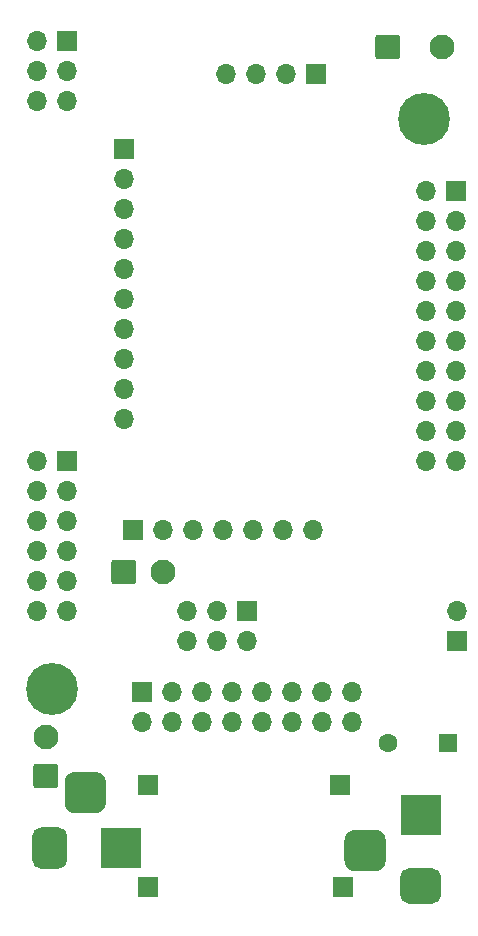
<source format=gbr>
%TF.GenerationSoftware,KiCad,Pcbnew,(5.1.7)-1*%
%TF.CreationDate,2023-12-15T12:51:46-07:00*%
%TF.ProjectId,AMPE32T30,414d5045-3332-4543-9330-2e6b69636164,rev?*%
%TF.SameCoordinates,PX76efc10PY5962530*%
%TF.FileFunction,Soldermask,Bot*%
%TF.FilePolarity,Negative*%
%FSLAX46Y46*%
G04 Gerber Fmt 4.6, Leading zero omitted, Abs format (unit mm)*
G04 Created by KiCad (PCBNEW (5.1.7)-1) date 2023-12-15 12:51:46*
%MOMM*%
%LPD*%
G01*
G04 APERTURE LIST*
%ADD10C,4.400000*%
%ADD11O,1.700000X1.700000*%
%ADD12R,1.700000X1.700000*%
%ADD13C,2.100000*%
%ADD14R,3.500000X3.500000*%
%ADD15C,1.600000*%
%ADD16R,1.600000X1.600000*%
G04 APERTURE END LIST*
D10*
%TO.C,REF\u002A\u002A*%
X34544000Y66802000D03*
%TD*%
%TO.C,REF\u002A\u002A*%
X3048000Y18542000D03*
%TD*%
D11*
%TO.C,REF\u002A\u002A*%
X17780000Y70612000D03*
X20320000Y70612000D03*
X22860000Y70612000D03*
D12*
X25400000Y70612000D03*
%TD*%
D13*
%TO.C,J17*%
X2540000Y14506000D03*
G36*
G01*
X3340000Y10126000D02*
X1740000Y10126000D01*
G75*
G02*
X1490000Y10376000I0J250000D01*
G01*
X1490000Y11976000D01*
G75*
G02*
X1740000Y12226000I250000J0D01*
G01*
X3340000Y12226000D01*
G75*
G02*
X3590000Y11976000I0J-250000D01*
G01*
X3590000Y10376000D01*
G75*
G02*
X3340000Y10126000I-250000J0D01*
G01*
G37*
%TD*%
%TO.C,J12*%
X12474000Y28448000D03*
G36*
G01*
X8094000Y27648000D02*
X8094000Y29248000D01*
G75*
G02*
X8344000Y29498000I250000J0D01*
G01*
X9944000Y29498000D01*
G75*
G02*
X10194000Y29248000I0J-250000D01*
G01*
X10194000Y27648000D01*
G75*
G02*
X9944000Y27398000I-250000J0D01*
G01*
X8344000Y27398000D01*
G75*
G02*
X8094000Y27648000I0J250000D01*
G01*
G37*
%TD*%
D12*
%TO.C,J16*%
X27686000Y1778000D03*
%TD*%
%TO.C,J15*%
X11176000Y1778000D03*
%TD*%
%TO.C,J14*%
X27432000Y10414000D03*
%TD*%
%TO.C,J13*%
X11176000Y10414000D03*
%TD*%
%TO.C,J10*%
G36*
G01*
X30465000Y3124000D02*
X28715000Y3124000D01*
G75*
G02*
X27840000Y3999000I0J875000D01*
G01*
X27840000Y5749000D01*
G75*
G02*
X28715000Y6624000I875000J0D01*
G01*
X30465000Y6624000D01*
G75*
G02*
X31340000Y5749000I0J-875000D01*
G01*
X31340000Y3999000D01*
G75*
G02*
X30465000Y3124000I-875000J0D01*
G01*
G37*
G36*
G01*
X35290000Y374000D02*
X33290000Y374000D01*
G75*
G02*
X32540000Y1124000I0J750000D01*
G01*
X32540000Y2624000D01*
G75*
G02*
X33290000Y3374000I750000J0D01*
G01*
X35290000Y3374000D01*
G75*
G02*
X36040000Y2624000I0J-750000D01*
G01*
X36040000Y1124000D01*
G75*
G02*
X35290000Y374000I-750000J0D01*
G01*
G37*
D14*
X34290000Y7874000D03*
%TD*%
%TO.C,J8*%
G36*
G01*
X4140000Y8905000D02*
X4140000Y10655000D01*
G75*
G02*
X5015000Y11530000I875000J0D01*
G01*
X6765000Y11530000D01*
G75*
G02*
X7640000Y10655000I0J-875000D01*
G01*
X7640000Y8905000D01*
G75*
G02*
X6765000Y8030000I-875000J0D01*
G01*
X5015000Y8030000D01*
G75*
G02*
X4140000Y8905000I0J875000D01*
G01*
G37*
G36*
G01*
X1390000Y4080000D02*
X1390000Y6080000D01*
G75*
G02*
X2140000Y6830000I750000J0D01*
G01*
X3640000Y6830000D01*
G75*
G02*
X4390000Y6080000I0J-750000D01*
G01*
X4390000Y4080000D01*
G75*
G02*
X3640000Y3330000I-750000J0D01*
G01*
X2140000Y3330000D01*
G75*
G02*
X1390000Y4080000I0J750000D01*
G01*
G37*
X8890000Y5080000D03*
%TD*%
D11*
%TO.C,J1*%
X1778000Y68326000D03*
X4318000Y68326000D03*
X1778000Y70866000D03*
X4318000Y70866000D03*
X1778000Y73406000D03*
D12*
X4318000Y73406000D03*
%TD*%
D11*
%TO.C,J6*%
X34760000Y37846000D03*
X37300000Y37846000D03*
X34760000Y40386000D03*
X37300000Y40386000D03*
X34760000Y42926000D03*
X37300000Y42926000D03*
X34760000Y45466000D03*
X37300000Y45466000D03*
X34760000Y48006000D03*
X37300000Y48006000D03*
X34760000Y50546000D03*
X37300000Y50546000D03*
X34760000Y53086000D03*
X37300000Y53086000D03*
X34760000Y55626000D03*
X37300000Y55626000D03*
X34760000Y58166000D03*
X37300000Y58166000D03*
X34760000Y60706000D03*
D12*
X37300000Y60706000D03*
%TD*%
D11*
%TO.C,J3*%
X37338000Y25146000D03*
D12*
X37338000Y22606000D03*
%TD*%
D11*
%TO.C,J7*%
X1778000Y25146000D03*
X4318000Y25146000D03*
X1778000Y27686000D03*
X4318000Y27686000D03*
X1778000Y30226000D03*
X4318000Y30226000D03*
X1778000Y32766000D03*
X4318000Y32766000D03*
X1778000Y35306000D03*
X4318000Y35306000D03*
X1778000Y37846000D03*
D12*
X4318000Y37846000D03*
%TD*%
%TO.C,J11*%
X9144000Y64262000D03*
D11*
X9144000Y61722000D03*
X9144000Y59182000D03*
X9144000Y56642000D03*
X9144000Y54102000D03*
X9144000Y51562000D03*
X9144000Y49022000D03*
X9144000Y46482000D03*
X9144000Y43942000D03*
X9144000Y41402000D03*
%TD*%
D13*
%TO.C,J9*%
X36096000Y72898000D03*
G36*
G01*
X30446000Y72097999D02*
X30446000Y73698001D01*
G75*
G02*
X30695999Y73948000I249999J0D01*
G01*
X32296001Y73948000D01*
G75*
G02*
X32546000Y73698001I0J-249999D01*
G01*
X32546000Y72097999D01*
G75*
G02*
X32296001Y71848000I-249999J0D01*
G01*
X30695999Y71848000D01*
G75*
G02*
X30446000Y72097999I0J249999D01*
G01*
G37*
%TD*%
D15*
%TO.C,BZ1*%
X31496000Y13970000D03*
D16*
X36576000Y13970000D03*
%TD*%
D11*
%TO.C,J2*%
X14478000Y22606000D03*
X14478000Y25146000D03*
X17018000Y22606000D03*
X17018000Y25146000D03*
X19558000Y22606000D03*
D12*
X19558000Y25146000D03*
%TD*%
D11*
%TO.C,J4*%
X25146000Y32004000D03*
X22606000Y32004000D03*
X20066000Y32004000D03*
X17526000Y32004000D03*
X14986000Y32004000D03*
X12446000Y32004000D03*
D12*
X9906000Y32004000D03*
%TD*%
%TO.C,J5*%
X10668000Y18288000D03*
D11*
X10668000Y15748000D03*
X13208000Y18288000D03*
X13208000Y15748000D03*
X15748000Y18288000D03*
X15748000Y15748000D03*
X18288000Y18288000D03*
X18288000Y15748000D03*
X20828000Y18288000D03*
X20828000Y15748000D03*
X23368000Y18288000D03*
X23368000Y15748000D03*
X25908000Y18288000D03*
X25908000Y15748000D03*
X28448000Y18288000D03*
X28448000Y15748000D03*
%TD*%
M02*

</source>
